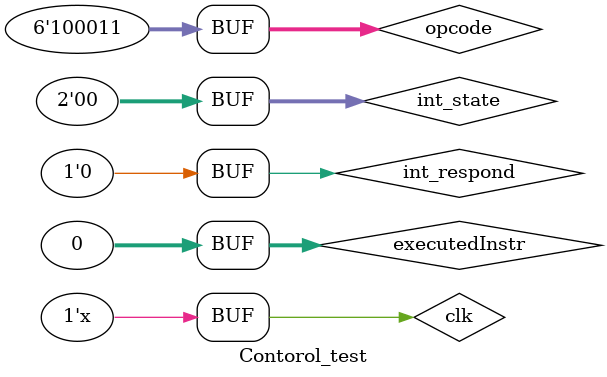
<source format=v>
`timescale 1ns / 1ps


module Contorol_test;

	// Inputs
	reg [31:0] executedInstr;
	reg [1:0] int_state;
	reg int_respond;
	reg [5:0] opcode;
	reg clk;

	// Outputs
	wire [1:0] store_PC_REGFILE;
	wire [1:0] ALUOp;
	wire MemtoReg;
	wire RegDst;
	wire IorD;
	wire ALUSrcA;
	wire IRWrite;
	wire MemWrite;
	wire PCWrite;
	wire Branch;
	wire RegWrite;
	wire [1:0] ALUSrcB;
	wire [1:0] PCSrc;
	wire [3:0] current_state;

	// Instantiate the Unit Under Test (UUT)
	ControlUnit uut (
		.executedInstr(executedInstr), 
		.int_state(int_state), 
		.int_respond(int_respond), 
		.opcode(opcode), 
		.clk(clk), 
		.store_PC_REGFILE(store_PC_REGFILE), 
		.ALUOp(ALUOp), 
		.MemtoReg(MemtoReg), 
		.RegDst(RegDst), 
		.IorD(IorD), 
		.ALUSrcA(ALUSrcA), 
		.IRWrite(IRWrite), 
		.MemWrite(MemWrite), 
		.PCWrite(PCWrite), 
		.Branch(Branch), 
		.RegWrite(RegWrite), 
		.ALUSrcB(ALUSrcB), 
		.PCSrc(PCSrc), 
		.current_state(current_state)
	);

	initial begin
		// Initialize Inputs
		executedInstr = 0;
		int_state = 0;
		int_respond = 0;
		opcode =35;
		clk = 0;

		// Wait 100 ns for global reset to finish
		
		// Add stimulus here

	end
      always begin #20 clk=~clk; end
endmodule


</source>
